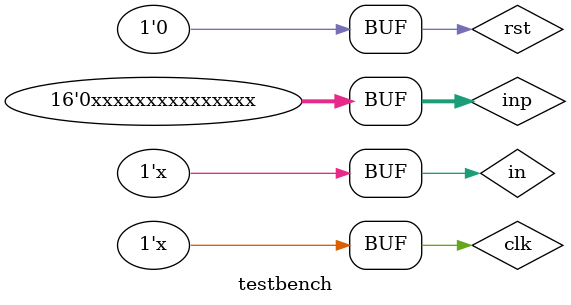
<source format=v>
`timescale 1ns/1ns
module testbench; // run this tb at least for 320 ns
	
	reg	clk, rst, in;
	wire	out;
	reg [15:0] inp = 16'b0010111010010111;

	Detector inst_1( .Clk(clk), .Rst(rst), .In(in), .Out(out));
	
	initial begin
		clk = 1'b1; // 1
		rst = 1'b1; // 1
		#15 rst = 1'b0; // 0
	end
	always begin
		#10 clk = ~clk;
	end
	always begin
		#20 in = inp[0];
		inp = inp >> 1;
	end
endmodule
</source>
